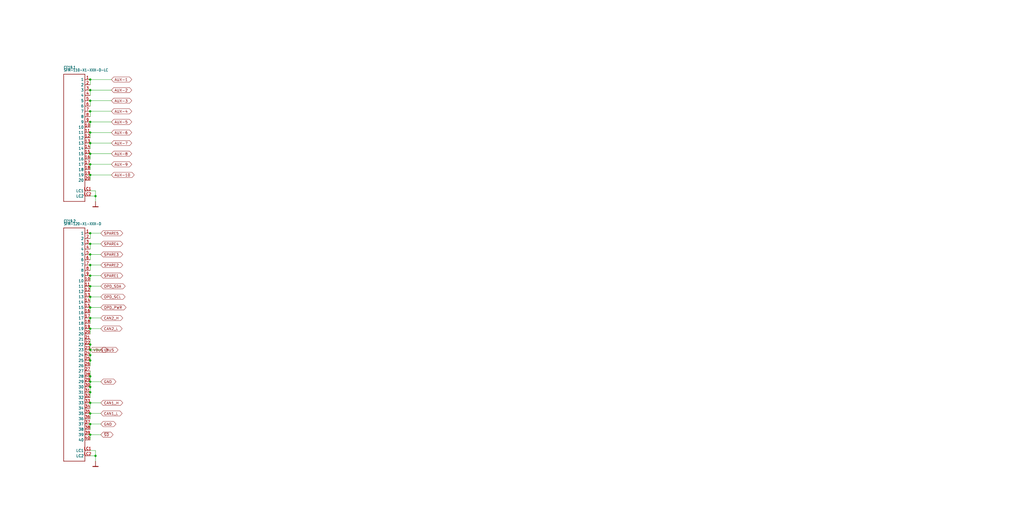
<source format=kicad_sch>
(kicad_sch (version 20211123) (generator eeschema)
  (paper "User" 490.22 254.406)
  (lib_symbols
    (symbol "oresat-backplane-2u-eagle-import:GND" (power)
      (symbol "GND_1_0"
        (polyline (pts (xy -1.27 -2.54) (xy 1.27 -2.54)) (stroke (width 0.4064)))
        (pin power_in line (at 0 0 270) (length 2.54) (name "GND") (number "1"))
      )
    )
    (symbol "oresat-backplane-2u-eagle-import:SFM-110-X1-XXX-D-LC"
      (property "Reference" "CF" (at -2.54 33.02 0))
      (property "Value" "SFM-110-X1-XXX-D-LC" (at -2.54 31.75 0))
      (symbol "SFM-110-X1-XXX-D-LC_1_0"
        (polyline (pts (xy -2.54 -30.48) (xy -2.54 30.48)) (stroke (width 0.254)))
        (polyline (pts (xy -2.54 30.48) (xy 7.62 30.48)) (stroke (width 0.254)))
        (polyline (pts (xy 7.62 -30.48) (xy -2.54 -30.48)) (stroke (width 0.254)))
        (polyline (pts (xy 7.62 30.48) (xy 7.62 -30.48)) (stroke (width 0.254)))
        (pin passive line (at 10.16 27.94 180) (length 2.54) (name "1") (number "1"))
        (pin passive line (at 10.16 5.08 180) (length 2.54) (name "10") (number "10"))
        (pin passive line (at 10.16 2.54 180) (length 2.54) (name "11") (number "11"))
        (pin passive line (at 10.16 0 180) (length 2.54) (name "12") (number "12"))
        (pin passive line (at 10.16 -2.54 180) (length 2.54) (name "13") (number "13"))
        (pin passive line (at 10.16 -5.08 180) (length 2.54) (name "14") (number "14"))
        (pin passive line (at 10.16 -7.62 180) (length 2.54) (name "15") (number "15"))
        (pin passive line (at 10.16 -10.16 180) (length 2.54) (name "16") (number "16"))
        (pin passive line (at 10.16 -12.7 180) (length 2.54) (name "17") (number "17"))
        (pin passive line (at 10.16 -15.24 180) (length 2.54) (name "18") (number "18"))
        (pin passive line (at 10.16 -17.78 180) (length 2.54) (name "19") (number "19"))
        (pin passive line (at 10.16 25.4 180) (length 2.54) (name "2") (number "2"))
        (pin passive line (at 10.16 -20.32 180) (length 2.54) (name "20") (number "20"))
        (pin passive line (at 10.16 22.86 180) (length 2.54) (name "3") (number "3"))
        (pin passive line (at 10.16 20.32 180) (length 2.54) (name "4") (number "4"))
        (pin passive line (at 10.16 17.78 180) (length 2.54) (name "5") (number "5"))
        (pin passive line (at 10.16 15.24 180) (length 2.54) (name "6") (number "6"))
        (pin passive line (at 10.16 12.7 180) (length 2.54) (name "7") (number "7"))
        (pin passive line (at 10.16 10.16 180) (length 2.54) (name "8") (number "8"))
        (pin passive line (at 10.16 7.62 180) (length 2.54) (name "9") (number "9"))
        (pin passive line (at 10.16 -25.4 180) (length 2.54) (name "LC1") (number "LC1"))
        (pin passive line (at 10.16 -27.94 180) (length 2.54) (name "LC2") (number "LC2"))
      )
    )
    (symbol "oresat-backplane-2u-eagle-import:SFM-120-X1-XXX-D"
      (property "Reference" "J" (at -2.54 50.8 0))
      (property "Value" "SFM-120-X1-XXX-D" (at -2.54 49.53 0))
      (symbol "SFM-120-X1-XXX-D_1_0"
        (polyline (pts (xy -2.54 -63.5) (xy -2.54 48.26)) (stroke (width 0.254)))
        (polyline (pts (xy -2.54 48.26) (xy 7.62 48.26)) (stroke (width 0.254)))
        (polyline (pts (xy 7.62 -63.5) (xy -2.54 -63.5)) (stroke (width 0.254)))
        (polyline (pts (xy 7.62 48.26) (xy 7.62 -63.5)) (stroke (width 0.254)))
        (pin passive line (at 10.16 45.72 180) (length 2.54) (name "1") (number "1"))
        (pin passive line (at 10.16 22.86 180) (length 2.54) (name "10") (number "10"))
        (pin passive line (at 10.16 20.32 180) (length 2.54) (name "11") (number "11"))
        (pin passive line (at 10.16 17.78 180) (length 2.54) (name "12") (number "12"))
        (pin passive line (at 10.16 15.24 180) (length 2.54) (name "13") (number "13"))
        (pin passive line (at 10.16 12.7 180) (length 2.54) (name "14") (number "14"))
        (pin passive line (at 10.16 10.16 180) (length 2.54) (name "15") (number "15"))
        (pin passive line (at 10.16 7.62 180) (length 2.54) (name "16") (number "16"))
        (pin passive line (at 10.16 5.08 180) (length 2.54) (name "17") (number "17"))
        (pin passive line (at 10.16 2.54 180) (length 2.54) (name "18") (number "18"))
        (pin passive line (at 10.16 0 180) (length 2.54) (name "19") (number "19"))
        (pin passive line (at 10.16 43.18 180) (length 2.54) (name "2") (number "2"))
        (pin passive line (at 10.16 -2.54 180) (length 2.54) (name "20") (number "20"))
        (pin passive line (at 10.16 -5.08 180) (length 2.54) (name "21") (number "21"))
        (pin passive line (at 10.16 -7.62 180) (length 2.54) (name "22") (number "22"))
        (pin passive line (at 10.16 -10.16 180) (length 2.54) (name "23") (number "23"))
        (pin passive line (at 10.16 -12.7 180) (length 2.54) (name "24") (number "24"))
        (pin passive line (at 10.16 -15.24 180) (length 2.54) (name "25") (number "25"))
        (pin passive line (at 10.16 -17.78 180) (length 2.54) (name "26") (number "26"))
        (pin passive line (at 10.16 -20.32 180) (length 2.54) (name "27") (number "27"))
        (pin passive line (at 10.16 -22.86 180) (length 2.54) (name "28") (number "28"))
        (pin passive line (at 10.16 -25.4 180) (length 2.54) (name "29") (number "29"))
        (pin passive line (at 10.16 40.64 180) (length 2.54) (name "3") (number "3"))
        (pin passive line (at 10.16 -27.94 180) (length 2.54) (name "30") (number "30"))
        (pin passive line (at 10.16 -30.48 180) (length 2.54) (name "31") (number "31"))
        (pin passive line (at 10.16 -33.02 180) (length 2.54) (name "32") (number "32"))
        (pin passive line (at 10.16 -35.56 180) (length 2.54) (name "33") (number "33"))
        (pin passive line (at 10.16 -38.1 180) (length 2.54) (name "34") (number "34"))
        (pin passive line (at 10.16 -40.64 180) (length 2.54) (name "35") (number "35"))
        (pin passive line (at 10.16 -43.18 180) (length 2.54) (name "36") (number "36"))
        (pin passive line (at 10.16 -45.72 180) (length 2.54) (name "37") (number "37"))
        (pin passive line (at 10.16 -48.26 180) (length 2.54) (name "38") (number "38"))
        (pin passive line (at 10.16 -50.8 180) (length 2.54) (name "39") (number "39"))
        (pin passive line (at 10.16 38.1 180) (length 2.54) (name "4") (number "4"))
        (pin passive line (at 10.16 -53.34 180) (length 2.54) (name "40") (number "40"))
        (pin passive line (at 10.16 35.56 180) (length 2.54) (name "5") (number "5"))
        (pin passive line (at 10.16 33.02 180) (length 2.54) (name "6") (number "6"))
        (pin passive line (at 10.16 30.48 180) (length 2.54) (name "7") (number "7"))
        (pin passive line (at 10.16 27.94 180) (length 2.54) (name "8") (number "8"))
        (pin passive line (at 10.16 25.4 180) (length 2.54) (name "9") (number "9"))
        (pin passive line (at 10.16 -58.42 180) (length 2.54) (name "LC1") (number "LC1"))
        (pin passive line (at 10.16 -60.96 180) (length 2.54) (name "LC2") (number "LC2"))
      )
    )
  )
  (junction (at 43.18 208.28))
  (junction (at 43.18 63.5))
  (junction (at 43.18 152.4))
  (junction (at 43.18 132.08))
  (junction (at 43.18 73.66))
  (junction (at 43.18 43.18))
  (junction (at 43.18 185.42))
  (junction (at 43.18 48.26))
  (junction (at 43.18 172.72))
  (junction (at 43.18 203.2))
  (junction (at 43.18 53.34))
  (junction (at 43.18 58.42))
  (junction (at 43.18 198.12))
  (junction (at 43.18 68.58))
  (junction (at 43.18 157.48))
  (junction (at 43.18 147.32))
  (junction (at 43.18 167.64))
  (junction (at 43.18 78.74))
  (junction (at 45.72 93.98))
  (junction (at 43.18 170.18))
  (junction (at 43.18 193.04))
  (junction (at 45.72 218.44))
  (junction (at 43.18 182.88))
  (junction (at 43.18 142.24))
  (junction (at 43.18 137.16))
  (junction (at 43.18 165.1))
  (junction (at 43.18 187.96))
  (junction (at 43.18 83.82))
  (junction (at 43.18 180.34))
  (junction (at 43.18 111.76))
  (junction (at 43.18 121.92))
  (junction (at 43.18 127))
  (junction (at 43.18 116.84))
  (junction (at 43.18 38.1))
  (wire (pts (xy 43.18 116.84) (xy 43.18 119.38)))
  (wire (pts (xy 48.26 198.12) (xy 43.18 198.12)))
  (wire (pts (xy 43.18 167.64) (xy 43.18 165.1)))
  (wire (pts (xy 43.18 215.9) (xy 45.72 215.9)))
  (wire (pts (xy 43.18 218.44) (xy 45.72 218.44)))
  (wire (pts (xy 43.18 121.92) (xy 43.18 124.46)))
  (wire (pts (xy 43.18 38.1) (xy 53.34 38.1)))
  (wire (pts (xy 45.72 218.44) (xy 45.72 220.98)))
  (wire (pts (xy 43.18 142.24) (xy 43.18 144.78)))
  (wire (pts (xy 43.18 167.64) (xy 48.26 167.64)))
  (wire (pts (xy 43.18 137.16) (xy 43.18 139.7)))
  (wire (pts (xy 48.26 152.4) (xy 43.18 152.4)))
  (wire (pts (xy 48.26 142.24) (xy 43.18 142.24)))
  (wire (pts (xy 43.18 43.18) (xy 43.18 45.72)))
  (wire (pts (xy 43.18 58.42) (xy 43.18 60.96)))
  (wire (pts (xy 43.18 172.72) (xy 43.18 170.18)))
  (wire (pts (xy 43.18 121.92) (xy 48.26 121.92)))
  (wire (pts (xy 43.18 48.26) (xy 43.18 50.8)))
  (wire (pts (xy 43.18 73.66) (xy 53.34 73.66)))
  (wire (pts (xy 48.26 182.88) (xy 43.18 182.88)))
  (wire (pts (xy 43.18 78.74) (xy 53.34 78.74)))
  (wire (pts (xy 43.18 152.4) (xy 43.18 154.94)))
  (wire (pts (xy 43.18 180.34) (xy 43.18 177.8)))
  (wire (pts (xy 43.18 38.1) (xy 43.18 40.64)))
  (wire (pts (xy 48.26 127) (xy 43.18 127)))
  (wire (pts (xy 43.18 53.34) (xy 53.34 53.34)))
  (wire (pts (xy 48.26 203.2) (xy 43.18 203.2)))
  (wire (pts (xy 48.26 157.48) (xy 43.18 157.48)))
  (wire (pts (xy 48.26 147.32) (xy 43.18 147.32)))
  (wire (pts (xy 43.18 111.76) (xy 48.26 111.76)))
  (wire (pts (xy 43.18 147.32) (xy 43.18 149.86)))
  (wire (pts (xy 43.18 58.42) (xy 53.34 58.42)))
  (wire (pts (xy 43.18 132.08) (xy 43.18 134.62)))
  (wire (pts (xy 43.18 203.2) (xy 43.18 205.74)))
  (wire (pts (xy 43.18 78.74) (xy 43.18 81.28)))
  (wire (pts (xy 43.18 48.26) (xy 53.34 48.26)))
  (wire (pts (xy 43.18 83.82) (xy 43.18 86.36)))
  (wire (pts (xy 48.26 137.16) (xy 43.18 137.16)))
  (wire (pts (xy 43.18 63.5) (xy 53.34 63.5)))
  (wire (pts (xy 43.18 208.28) (xy 43.18 210.82)))
  (wire (pts (xy 45.72 91.44) (xy 43.18 91.44)))
  (wire (pts (xy 43.18 73.66) (xy 43.18 76.2)))
  (wire (pts (xy 43.18 116.84) (xy 48.26 116.84)))
  (wire (pts (xy 45.72 93.98) (xy 43.18 93.98)))
  (wire (pts (xy 43.18 43.18) (xy 53.34 43.18)))
  (wire (pts (xy 43.18 63.5) (xy 43.18 66.04)))
  (wire (pts (xy 43.18 53.34) (xy 43.18 55.88)))
  (wire (pts (xy 43.18 111.76) (xy 43.18 114.3)))
  (wire (pts (xy 43.18 193.04) (xy 43.18 195.58)))
  (wire (pts (xy 43.18 182.88) (xy 43.18 185.42)))
  (wire (pts (xy 43.18 165.1) (xy 43.18 162.56)))
  (wire (pts (xy 43.18 127) (xy 43.18 129.54)))
  (wire (pts (xy 48.26 193.04) (xy 43.18 193.04)))
  (wire (pts (xy 43.18 182.88) (xy 43.18 180.34)))
  (wire (pts (xy 43.18 198.12) (xy 43.18 200.66)))
  (wire (pts (xy 43.18 68.58) (xy 43.18 71.12)))
  (wire (pts (xy 43.18 185.42) (xy 43.18 187.96)))
  (wire (pts (xy 43.18 187.96) (xy 43.18 190.5)))
  (wire (pts (xy 45.72 96.52) (xy 45.72 93.98)))
  (wire (pts (xy 43.18 157.48) (xy 43.18 160.02)))
  (wire (pts (xy 48.26 208.28) (xy 43.18 208.28)))
  (wire (pts (xy 43.18 170.18) (xy 43.18 167.64)))
  (wire (pts (xy 43.18 172.72) (xy 43.18 175.26)))
  (wire (pts (xy 45.72 93.98) (xy 45.72 91.44)))
  (wire (pts (xy 48.26 132.08) (xy 43.18 132.08)))
  (wire (pts (xy 43.18 68.58) (xy 53.34 68.58)))
  (wire (pts (xy 45.72 215.9) (xy 45.72 218.44)))
  (wire (pts (xy 43.18 83.82) (xy 53.34 83.82)))
  (global_label "AUX-2" (shape bidirectional) (at 53.34 43.18 0) (effects (font (size 1.2446 1.2446))) (property "Intersheet References" "${INTERSHEET_REFS}" (effects hide)))
  (global_label "OPD_SCL" (shape bidirectional) (at 48.26 142.24 0) (effects (font (size 1.2446 1.2446))) (property "Intersheet References" "${INTERSHEET_REFS}" (effects hide)))
  (global_label "AUX-3" (shape bidirectional) (at 53.34 48.26 0) (effects (font (size 1.2446 1.2446))) (property "Intersheet References" "${INTERSHEET_REFS}" (effects hide)))
  (global_label "AUX-5" (shape bidirectional) (at 53.34 58.42 0) (effects (font (size 1.2446 1.2446))) (property "Intersheet References" "${INTERSHEET_REFS}" (effects hide)))
  (global_label "AUX-7" (shape bidirectional) (at 53.34 68.58 0) (effects (font (size 1.2446 1.2446))) (property "Intersheet References" "${INTERSHEET_REFS}" (effects hide)))
  (global_label "GND" (shape bidirectional) (at 48.26 182.88 0) (effects (font (size 1.2446 1.2446))) (property "Intersheet References" "${INTERSHEET_REFS}" (effects hide)))
  (global_label "CAN1_L" (shape bidirectional) (at 48.26 198.12 0) (effects (font (size 1.2446 1.2446))) (property "Intersheet References" "${INTERSHEET_REFS}" (effects hide)))
  (global_label "CAN2_L" (shape bidirectional) (at 48.26 157.48 0) (effects (font (size 1.2446 1.2446))) (property "Intersheet References" "${INTERSHEET_REFS}" (effects hide)))
  (global_label "CAN1_H" (shape bidirectional) (at 48.26 193.04 0) (effects (font (size 1.2446 1.2446))) (property "Intersheet References" "${INTERSHEET_REFS}" (effects hide)))
  (global_label "VBUS" (shape bidirectional) (at 43.18 167.64 0) (effects (font (size 1.2446 1.2446))) (property "Intersheet References" "${INTERSHEET_REFS}" (effects hide)))
  (global_label "AUX-4" (shape bidirectional) (at 53.34 53.34 0) (effects (font (size 1.2446 1.2446))) (property "Intersheet References" "${INTERSHEET_REFS}" (effects hide)))
  (global_label "AUX-6" (shape bidirectional) (at 53.34 63.5 0) (effects (font (size 1.2446 1.2446))) (property "Intersheet References" "${INTERSHEET_REFS}" (effects hide)))
  (global_label "SPARE3" (shape bidirectional) (at 48.26 121.92 0) (effects (font (size 1.2446 1.2446))) (property "Intersheet References" "${INTERSHEET_REFS}" (effects hide)))
  (global_label "AUX-10" (shape bidirectional) (at 53.34 83.82 0) (effects (font (size 1.2446 1.2446))) (property "Intersheet References" "${INTERSHEET_REFS}" (effects hide)))
  (global_label "GND" (shape bidirectional) (at 48.26 203.2 0) (effects (font (size 1.2446 1.2446))) (property "Intersheet References" "${INTERSHEET_REFS}" (effects hide)))
  (global_label "SPARE2" (shape bidirectional) (at 48.26 127 0) (effects (font (size 1.2446 1.2446))) (property "Intersheet References" "${INTERSHEET_REFS}" (effects hide)))
  (global_label "VBUS" (shape bidirectional) (at 48.26 167.64 0) (effects (font (size 1.2446 1.2446))) (property "Intersheet References" "${INTERSHEET_REFS}" (effects hide)))
  (global_label "OPD_SDA" (shape bidirectional) (at 48.26 137.16 0) (effects (font (size 1.2446 1.2446))) (property "Intersheet References" "${INTERSHEET_REFS}" (effects hide)))
  (global_label "SPARE4" (shape bidirectional) (at 48.26 116.84 0) (effects (font (size 1.2446 1.2446))) (property "Intersheet References" "${INTERSHEET_REFS}" (effects hide)))
  (global_label "~{SD}" (shape bidirectional) (at 48.26 208.28 0) (effects (font (size 1.2446 1.2446))) (property "Intersheet References" "${INTERSHEET_REFS}" (effects hide)))
  (global_label "CAN2_H" (shape bidirectional) (at 48.26 152.4 0) (effects (font (size 1.2446 1.2446))) (property "Intersheet References" "${INTERSHEET_REFS}" (effects hide)))
  (global_label "AUX-8" (shape bidirectional) (at 53.34 73.66 0) (effects (font (size 1.2446 1.2446))) (property "Intersheet References" "${INTERSHEET_REFS}" (effects hide)))
  (global_label "AUX-1" (shape bidirectional) (at 53.34 38.1 0) (effects (font (size 1.2446 1.2446))) (property "Intersheet References" "${INTERSHEET_REFS}" (effects hide)))
  (global_label "AUX-9" (shape bidirectional) (at 53.34 78.74 0) (effects (font (size 1.2446 1.2446))) (property "Intersheet References" "${INTERSHEET_REFS}" (effects hide)))
  (global_label "OPD_PWR" (shape bidirectional) (at 48.26 147.32 0) (effects (font (size 1.2446 1.2446))) (property "Intersheet References" "${INTERSHEET_REFS}" (effects hide)))
  (global_label "SPARE5" (shape bidirectional) (at 48.26 111.76 0) (effects (font (size 1.2446 1.2446))) (property "Intersheet References" "${INTERSHEET_REFS}" (effects hide)))
  (global_label "SPARE1" (shape bidirectional) (at 48.26 132.08 0) (effects (font (size 1.2446 1.2446))) (property "Intersheet References" "${INTERSHEET_REFS}" (effects hide)))
  (symbol (lib_id "oresat-backplane-2u-eagle-import:SFM-120-X1-XXX-D") (at 33.02 157.48 0) (unit 1)
    (property "Reference" "CF19.2" (at 30.48 106.68 0) (effects (font (size 1.27 1.0795)) (justify left bottom)))
    (property "Value" "SFM-120-X1-XXX-D" (at 30.48 107.95 0) (effects (font (size 1.27 1.0795)) (justify left bottom)))
    (property "Footprint" "oresat-footprints:J-SAMTEC-SFM-120-X1-XXX-D" (effects hide))
  )
  (symbol (lib_id "oresat-backplane-2u-eagle-import:SFM-110-X1-XXX-D-LC") (at 33.02 66.04 0) (unit 1)
    (property "Reference" "CF19.1" (at 30.48 33.02 0) (effects (font (size 1.27 1.0795)) (justify left bottom)))
    (property "Value" "SFM-110-X1-XXX-D-LC" (at 30.48 34.29 0) (effects (font (size 1.27 1.0795)) (justify left bottom)))
    (property "Footprint" "oresat-footprints:J-SAMTEC-CF-SFM-110-X1-XXX-D-LC" (effects hide))
  )
  (symbol (lib_id "oresat-backplane-2u-eagle-import:GND") (at 45.72 96.52 0) (unit 1)
    (property "Reference" "#GND013" (effects hide))
    (property "Value" "GND" (effects hide))
    (property "Footprint" "oresat-backplane-2u:" (effects hide))
  )
  (symbol (lib_id "oresat-backplane-2u-eagle-import:GND") (at 45.72 220.98 0) (unit 1)
    (property "Reference" "#GND02" (effects hide))
    (property "Value" "GND" (effects hide))
    (property "Footprint" "oresat-backplane-2u:" (effects hide))
  )
)
</source>
